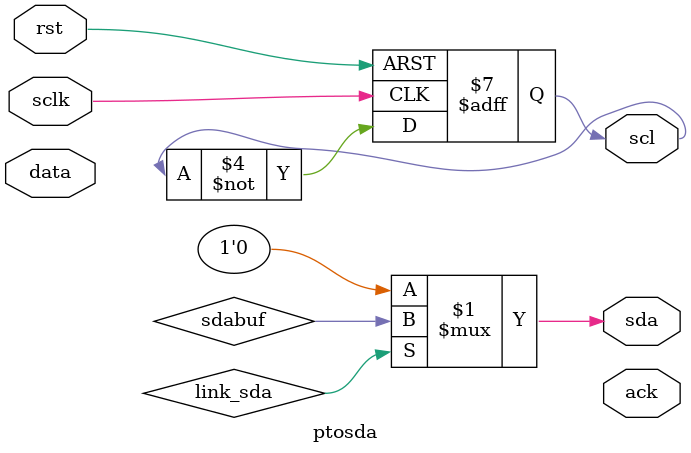
<source format=v>
module ptosda(rst,sclk,ack,scl,sda,data);
input sclk,rst;
input [3:0] data;
output ack,scl,sda;
reg scl,link_sda,ack,sdabuf;
reg [3:0] databuf;
reg [7:0] state;
assign sda = link_sda?sdabuf:1'b0;

parameter ready = 8'b0000_0000,
          start = 8'b0000_0001,
          bit1 = 8'b0000_0010,
          bit2 = 8'b0000_0100,
          bit3 = 8'b0000_1000,
          bit4 = 8'b0001_0000,
          bit5 = 8'b0010_0000,
          stop = 8'b0100_0000,
          IDLE = 8'b1000_0000;
always @(posedge sclk or negedge rst) begin
    if(!rst)
        scl<=1;
    else
        scl<=~scl;
end
always @(posedge ack) begin
    databuf<=date;
end
endmodule
</source>
